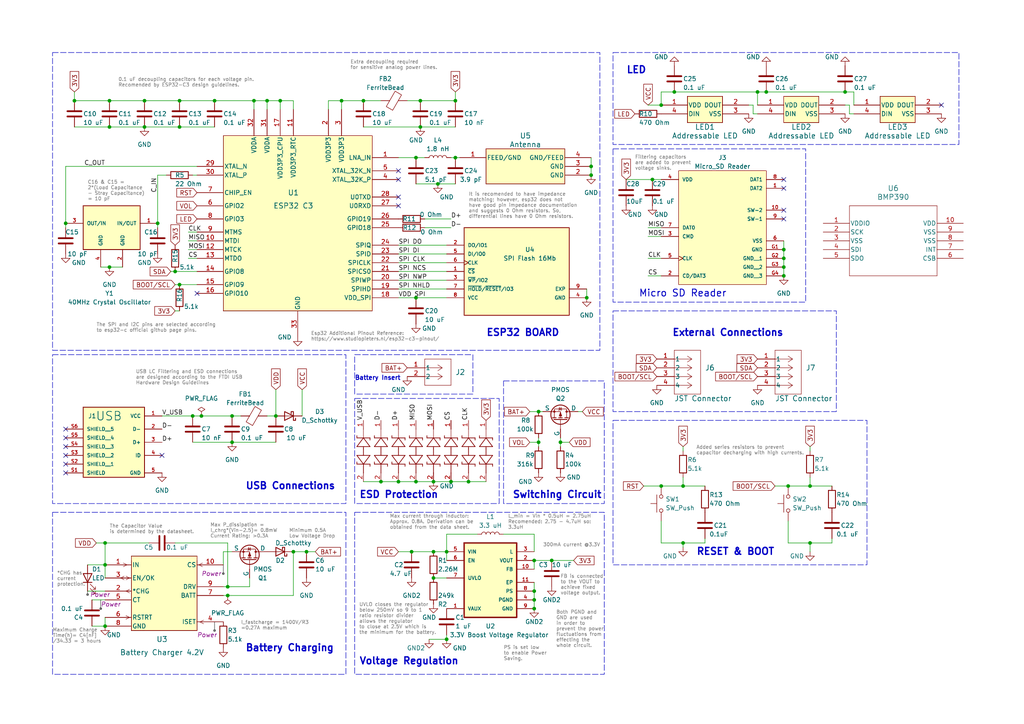
<source format=kicad_sch>
(kicad_sch (version 20230121) (generator eeschema)
  (paper "A4")
  (title_block (title "Custom Esp32 Board") (date "2023-12-10") (rev "v1") (company "Olin Rocketry - Ertug Umsur") (comment 1 "4.2V battery charging circuit and USB micro b connection.") (comment 2 "An Esp32 board with external 16Mb flash memory, 5V-12V to 3.3V buck/boost converter, "))
  (junction (at 228.6 140.97))
  (junction (at 171.45 50.8))
  (junction (at 125.73 167.64))
  (junction (at 219.71 26.67))
  (junction (at 67.31 128.27))
  (junction (at 191.77 140.97))
  (junction (at 135.89 139.7))
  (junction (at 129.54 160.02))
  (junction (at 67.31 120.65))
  (junction (at 105.41 29.21))
  (junction (at 30.48 163.83))
  (junction (at 227.33 77.47))
  (junction (at 88.9 160.02))
  (junction (at 66.04 170.18))
  (junction (at 81.28 29.21))
  (junction (at 132.08 29.21))
  (junction (at 234.95 157.48))
  (junction (at 154.94 173.99))
  (junction (at 132.08 45.72))
  (junction (at 30.48 157.48))
  (junction (at 156.21 128.27))
  (junction (at 120.65 139.7))
  (junction (at 121.92 29.21))
  (junction (at 31.75 77.47))
  (junction (at 55.88 120.65))
  (junction (at 66.04 172.72))
  (junction (at 234.95 140.97))
  (junction (at 198.12 140.97))
  (junction (at 227.33 80.01))
  (junction (at 125.73 139.7))
  (junction (at 245.11 26.67))
  (junction (at 62.23 29.21))
  (junction (at 41.91 36.83))
  (junction (at 31.75 29.21))
  (junction (at 127 53.34))
  (junction (at 58.42 120.65))
  (junction (at 222.25 26.67))
  (junction (at 115.57 139.7))
  (junction (at 156.21 119.38))
  (junction (at 52.07 36.83))
  (junction (at 19.05 64.77))
  (junction (at 154.94 176.53))
  (junction (at 110.49 139.7))
  (junction (at 162.56 128.27))
  (junction (at 30.48 181.61))
  (junction (at 191.77 30.48))
  (junction (at 80.01 120.65))
  (junction (at 21.59 29.21))
  (junction (at 50.8 78.74))
  (junction (at 227.33 72.39))
  (junction (at 52.07 82.55))
  (junction (at 41.91 29.21))
  (junction (at 120.65 45.72))
  (junction (at 45.72 64.77))
  (junction (at 170.18 86.36))
  (junction (at 31.75 36.83))
  (junction (at 120.65 86.36))
  (junction (at 189.23 52.07))
  (junction (at 171.45 48.26))
  (junction (at 129.54 185.42))
  (junction (at 99.06 29.21))
  (junction (at 85.09 160.02))
  (junction (at 125.73 160.02))
  (junction (at 130.81 139.7))
  (junction (at 119.38 160.02))
  (junction (at 160.02 162.56))
  (junction (at 195.58 26.67))
  (junction (at 52.07 29.21))
  (junction (at 198.12 157.48))
  (junction (at 154.94 171.45))
  (junction (at 154.94 162.56))
  (junction (at 77.47 29.21))
  (junction (at 121.92 36.83))
  (junction (at 73.66 29.21))
  (junction (at 227.33 74.93))
  (no_connect (at 115.57 57.15))
  (no_connect (at 19.05 137.16))
  (no_connect (at 19.05 129.54))
  (no_connect (at 19.05 134.62))
  (no_connect (at 227.33 52.07))
  (no_connect (at 115.57 52.07))
  (no_connect (at 19.05 127))
  (no_connect (at 19.05 132.08))
  (no_connect (at 227.33 60.96))
  (no_connect (at 57.15 85.09))
  (no_connect (at 46.99 132.08))
  (no_connect (at 115.57 49.53))
  (no_connect (at 227.33 63.5))
  (no_connect (at 115.57 59.69))
  (no_connect (at 19.05 124.46))
  (no_connect (at 273.05 30.48))
  (no_connect (at 227.33 54.61))
  (wire (pts (xy 217.17 30.48) (xy 218.44 30.48)))
  (wire (pts (xy 105.41 139.7) (xy 110.49 139.7)))
  (wire (pts (xy 77.47 29.21) (xy 81.28 29.21)))
  (wire (pts (xy 127 53.34) (xy 132.08 53.34)))
  (wire (pts (xy 195.58 26.67) (xy 219.71 26.67)))
  (wire (pts (xy 119.38 160.02) (xy 125.73 160.02)))
  (wire (pts (xy 245.11 26.67) (xy 247.65 26.67)))
  (wire (pts (xy 115.57 81.28) (xy 129.54 81.28)))
  (wire (pts (xy 58.42 120.65) (xy 67.31 120.65)))
  (wire (pts (xy 105.41 29.21) (xy 99.06 29.21)))
  (wire (pts (xy 120.65 86.36) (xy 129.54 86.36)))
  (wire (pts (xy 153.67 119.38) (xy 156.21 119.38)))
  (wire (pts (xy 218.44 33.02) (xy 219.71 33.02)))
  (wire (pts (xy 50.8 157.48) (xy 66.04 157.48)))
  (wire (pts (xy 49.53 78.74) (xy 50.8 78.74)))
  (wire (pts (xy 156.21 119.38) (xy 157.48 119.38)))
  (wire (pts (xy 198.12 157.48) (xy 191.77 157.48)))
  (wire (pts (xy 64.77 163.83) (xy 64.77 160.02)))
  (wire (pts (xy 115.57 160.02) (xy 119.38 160.02)))
  (wire (pts (xy 54.61 69.85) (xy 57.15 69.85)))
  (wire (pts (xy 129.54 154.94) (xy 138.43 154.94)))
  (wire (pts (xy 21.59 29.21) (xy 31.75 29.21)))
  (wire (pts (xy 95.25 31.75) (xy 95.25 29.21)))
  (wire (pts (xy 227.33 72.39) (xy 227.33 74.93)))
  (wire (pts (xy 130.81 45.72) (xy 132.08 45.72)))
  (wire (pts (xy 154.94 171.45) (xy 154.94 173.99)))
  (wire (pts (xy 66.04 172.72) (xy 85.09 172.72)))
  (wire (pts (xy 121.92 29.21) (xy 132.08 29.21)))
  (wire (pts (xy 67.31 128.27) (xy 80.01 128.27)))
  (wire (pts (xy 120.65 45.72) (xy 123.19 45.72)))
  (wire (pts (xy 162.56 127) (xy 162.56 128.27)))
  (wire (pts (xy 110.49 139.7) (xy 115.57 139.7)))
  (wire (pts (xy 187.96 80.01) (xy 191.77 80.01)))
  (wire (pts (xy 129.54 160.02) (xy 129.54 162.56)))
  (wire (pts (xy 118.11 29.21) (xy 121.92 29.21)))
  (wire (pts (xy 21.59 26.67) (xy 21.59 29.21)))
  (wire (pts (xy 130.81 139.7) (xy 135.89 139.7)))
  (wire (pts (xy 85.09 172.72) (xy 85.09 160.02)))
  (wire (pts (xy 62.23 29.21) (xy 73.66 29.21)))
  (wire (pts (xy 219.71 26.67) (xy 222.25 26.67)))
  (wire (pts (xy 46.99 120.65) (xy 55.88 120.65)))
  (wire (pts (xy 52.07 82.55) (xy 57.15 82.55)))
  (wire (pts (xy 241.3 157.48) (xy 234.95 157.48)))
  (wire (pts (xy 204.47 157.48) (xy 198.12 157.48)))
  (wire (pts (xy 85.09 31.75) (xy 85.09 29.21)))
  (wire (pts (xy 99.06 29.21) (xy 99.06 31.75)))
  (wire (pts (xy 27.94 157.48) (xy 30.48 157.48)))
  (wire (pts (xy 198.12 158.75) (xy 198.12 157.48)))
  (wire (pts (xy 67.31 120.65) (xy 69.85 120.65)))
  (wire (pts (xy 227.33 74.93) (xy 227.33 77.47)))
  (wire (pts (xy 25.4 171.45) (xy 30.48 171.45)))
  (wire (pts (xy 187.96 74.93) (xy 191.77 74.93)))
  (wire (pts (xy 191.77 30.48) (xy 191.77 26.67)))
  (wire (pts (xy 123.19 66.04) (xy 130.81 66.04)))
  (wire (pts (xy 19.05 48.26) (xy 19.05 64.77)))
  (wire (pts (xy 125.73 139.7) (xy 130.81 139.7)))
  (wire (pts (xy 162.56 128.27) (xy 162.56 129.54)))
  (wire (pts (xy 66.04 170.18) (xy 64.77 170.18)))
  (wire (pts (xy 19.05 64.77) (xy 19.05 66.04)))
  (wire (pts (xy 187.96 30.48) (xy 191.77 30.48)))
  (wire (pts (xy 30.48 157.48) (xy 43.18 157.48)))
  (wire (pts (xy 55.88 128.27) (xy 67.31 128.27)))
  (wire (pts (xy 115.57 73.66) (xy 129.54 73.66)))
  (wire (pts (xy 52.07 29.21) (xy 62.23 29.21)))
  (wire (pts (xy 125.73 160.02) (xy 129.54 160.02)))
  (wire (pts (xy 64.77 160.02) (xy 67.31 160.02)))
  (wire (pts (xy 52.07 36.83) (xy 62.23 36.83)))
  (wire (pts (xy 154.94 168.91) (xy 154.94 171.45)))
  (wire (pts (xy 186.69 140.97) (xy 191.77 140.97)))
  (wire (pts (xy 234.95 157.48) (xy 228.6 157.48)))
  (wire (pts (xy 26.67 181.61) (xy 30.48 181.61)))
  (wire (pts (xy 21.59 36.83) (xy 31.75 36.83)))
  (wire (pts (xy 105.41 36.83) (xy 121.92 36.83)))
  (wire (pts (xy 31.75 77.47) (xy 29.21 77.47)))
  (wire (pts (xy 121.92 36.83) (xy 132.08 36.83)))
  (wire (pts (xy 246.38 33.02) (xy 247.65 33.02)))
  (wire (pts (xy 228.6 140.97) (xy 234.95 140.97)))
  (wire (pts (xy 48.26 50.8) (xy 45.72 50.8)))
  (wire (pts (xy 45.72 64.77) (xy 45.72 66.04)))
  (wire (pts (xy 77.47 120.65) (xy 80.01 120.65)))
  (wire (pts (xy 30.48 179.07) (xy 30.48 181.61)))
  (wire (pts (xy 81.28 31.75) (xy 81.28 29.21)))
  (wire (pts (xy 77.47 31.75) (xy 77.47 29.21)))
  (wire (pts (xy 245.11 30.48) (xy 246.38 30.48)))
  (wire (pts (xy 120.65 53.34) (xy 127 53.34)))
  (wire (pts (xy 154.94 154.94) (xy 154.94 160.02)))
  (wire (pts (xy 234.95 140.97) (xy 241.3 140.97)))
  (wire (pts (xy 135.89 139.7) (xy 140.97 139.7)))
  (wire (pts (xy 125.73 167.64) (xy 129.54 167.64)))
  (wire (pts (xy 115.57 45.72) (xy 120.65 45.72)))
  (wire (pts (xy 224.79 140.97) (xy 228.6 140.97)))
  (wire (pts (xy 154.94 173.99) (xy 154.94 176.53)))
  (wire (pts (xy 115.57 86.36) (xy 120.65 86.36)))
  (wire (pts (xy 171.45 45.72) (xy 171.45 48.26)))
  (wire (pts (xy 31.75 36.83) (xy 41.91 36.83)))
  (wire (pts (xy 115.57 71.12) (xy 129.54 71.12)))
  (wire (pts (xy 156.21 128.27) (xy 156.21 129.54)))
  (wire (pts (xy 41.91 36.83) (xy 52.07 36.83)))
  (wire (pts (xy 120.65 139.7) (xy 125.73 139.7)))
  (wire (pts (xy 73.66 31.75) (xy 73.66 29.21)))
  (wire (pts (xy 218.44 30.48) (xy 218.44 33.02)))
  (wire (pts (xy 153.67 128.27) (xy 156.21 128.27)))
  (wire (pts (xy 234.95 129.54) (xy 234.95 130.81)))
  (wire (pts (xy 129.54 160.02) (xy 129.54 154.94)))
  (wire (pts (xy 129.54 185.42) (xy 129.54 184.15)))
  (wire (pts (xy 162.56 128.27) (xy 165.1 128.27)))
  (wire (pts (xy 81.28 29.21) (xy 85.09 29.21)))
  (wire (pts (xy 154.94 162.56) (xy 160.02 162.56)))
  (wire (pts (xy 50.8 82.55) (xy 52.07 82.55)))
  (wire (pts (xy 219.71 26.67) (xy 219.71 30.48)))
  (wire (pts (xy 30.48 163.83) (xy 30.48 167.64)))
  (wire (pts (xy 54.61 67.31) (xy 57.15 67.31)))
  (wire (pts (xy 146.05 154.94) (xy 154.94 154.94)))
  (wire (pts (xy 41.91 29.21) (xy 52.07 29.21)))
  (wire (pts (xy 187.96 68.58) (xy 191.77 68.58)))
  (wire (pts (xy 198.12 140.97) (xy 204.47 140.97)))
  (wire (pts (xy 241.3 156.21) (xy 241.3 157.48)))
  (wire (pts (xy 115.57 78.74) (xy 129.54 78.74)))
  (wire (pts (xy 55.88 120.65) (xy 58.42 120.65)))
  (wire (pts (xy 228.6 157.48) (xy 228.6 151.13)))
  (wire (pts (xy 181.61 52.07) (xy 189.23 52.07)))
  (wire (pts (xy 171.45 48.26) (xy 171.45 50.8)))
  (wire (pts (xy 30.48 157.48) (xy 30.48 163.83)))
  (wire (pts (xy 124.46 185.42) (xy 129.54 185.42)))
  (wire (pts (xy 191.77 151.13) (xy 191.77 157.48)))
  (wire (pts (xy 167.64 119.38) (xy 168.91 119.38)))
  (wire (pts (xy 64.77 172.72) (xy 66.04 172.72)))
  (wire (pts (xy 54.61 74.93) (xy 57.15 74.93)))
  (wire (pts (xy 55.88 50.8) (xy 57.15 50.8)))
  (wire (pts (xy 72.39 167.64) (xy 72.39 170.18)))
  (wire (pts (xy 198.12 138.43) (xy 198.12 140.97)))
  (wire (pts (xy 191.77 140.97) (xy 198.12 140.97)))
  (wire (pts (xy 66.04 157.48) (xy 66.04 170.18)))
  (wire (pts (xy 54.61 72.39) (xy 57.15 72.39)))
  (wire (pts (xy 222.25 26.67) (xy 245.11 26.67)))
  (wire (pts (xy 170.18 83.82) (xy 170.18 86.36)))
  (wire (pts (xy 198.12 129.54) (xy 198.12 130.81)))
  (wire (pts (xy 123.19 63.5) (xy 130.81 63.5)))
  (wire (pts (xy 246.38 30.48) (xy 246.38 33.02)))
  (wire (pts (xy 115.57 139.7) (xy 120.65 139.7)))
  (wire (pts (xy 35.56 77.47) (xy 31.75 77.47)))
  (wire (pts (xy 50.8 90.17) (xy 52.07 90.17)))
  (wire (pts (xy 57.15 48.26) (xy 19.05 48.26)))
  (wire (pts (xy 154.94 162.56) (xy 154.94 165.1)))
  (wire (pts (xy 105.41 29.21) (xy 110.49 29.21)))
  (wire (pts (xy 204.47 156.21) (xy 204.47 157.48)))
  (wire (pts (xy 25.4 163.83) (xy 30.48 163.83)))
  (wire (pts (xy 31.75 29.21) (xy 41.91 29.21)))
  (wire (pts (xy 26.67 173.99) (xy 30.48 173.99)))
  (wire (pts (xy 50.8 78.74) (xy 57.15 78.74)))
  (wire (pts (xy 160.02 162.56) (xy 166.37 162.56)))
  (wire (pts (xy 234.95 138.43) (xy 234.95 140.97)))
  (wire (pts (xy 45.72 50.8) (xy 45.72 64.77)))
  (wire (pts (xy 115.57 76.2) (xy 129.54 76.2)))
  (wire (pts (xy 80.01 113.03) (xy 80.01 120.65)))
  (wire (pts (xy 191.77 26.67) (xy 195.58 26.67)))
  (wire (pts (xy 88.9 160.02) (xy 91.44 160.02)))
  (wire (pts (xy 247.65 26.67) (xy 247.65 30.48)))
  (wire (pts (xy 95.25 29.21) (xy 99.06 29.21)))
  (wire (pts (xy 73.66 29.21) (xy 77.47 29.21)))
  (wire (pts (xy 85.09 160.02) (xy 88.9 160.02)))
  (wire (pts (xy 187.96 66.04) (xy 191.77 66.04)))
  (wire (pts (xy 227.33 77.47) (xy 227.33 80.01)))
  (wire (pts (xy 115.57 83.82) (xy 129.54 83.82)))
  (wire (pts (xy 87.63 113.03) (xy 87.63 120.65)))
  (wire (pts (xy 156.21 127) (xy 156.21 128.27)))
  (wire (pts (xy 132.08 26.67) (xy 132.08 29.21)))
  (wire (pts (xy 227.33 69.85) (xy 227.33 72.39)))
  (wire (pts (xy 234.95 160.02) (xy 234.95 157.48)))
  (wire (pts (xy 72.39 170.18) (xy 66.04 170.18)))
  (wire (pts (xy 189.23 52.07) (xy 191.77 52.07)))
  (wire (pts (xy 133.35 45.72) (xy 132.08 45.72)))
  (rectangle (start 15.24 148.59) (end 100.33 195.58) (stroke (width 0) (type dash)))
  (rectangle (start 102.87 115.57) (end 144.78 146.05) (stroke (width 0) (type dash)))
  (rectangle (start 177.8 15.24) (end 278.13 41.91) (stroke (width 0) (type dash)))
  (rectangle (start 15.24 15.24) (end 173.99 101.6) (stroke (width 0) (type dash)))
  (rectangle (start 102.87 148.59) (end 175.26 195.58) (stroke (width 0) (type dash)))
  (rectangle (start 146.05 110.49) (end 175.26 146.05) (stroke (width 0) (type dash)))
  (rectangle (start 177.8 43.18) (end 233.68 87.63) (stroke (width 0) (type dash)))
  (rectangle (start 102.87 102.87) (end 137.16 114.3) (stroke (width 0) (type dash)))
  (rectangle (start 177.8 121.92) (end 251.46 163.83) (stroke (width 0) (type dash)))
  (rectangle (start 177.8 90.17) (end 242.57 119.38) (stroke (width 0) (type dash)))
  (rectangle (start 15.24 102.87) (end 100.33 146.05) (stroke (width 0) (type dash)))
  (text "USB LC Filtering and ESD connections\nare designed according to the FTDI USB \nHardware Design Guidelines" (at 39.37 111.76 0) (effects (font (size 1 1)) (justify left bottom)))
  (text "Battery Charging" (at 71.12 189.23 0) (effects (font (size 2 2) (thickness 0.4) bold) (justify left bottom)))
  (text "FB is connected\nto the VOUT to \nachieve fixed \nvoltage output." (at 162.56 172.72 0) (effects (font (size 1 1)) (justify left bottom)))
  (text "Voltage Regulation" (at 104.14 193.04 0) (effects (font (size 2 2) bold) (justify left bottom)))
  (text "ESP32 BOARD" (at 140.97 97.79 0) (effects (font (size 2 2) bold) (justify left bottom)))
  (text "ESD Protection" (at 104.14 144.78 0) (effects (font (size 2 2) bold) (justify left bottom)))
  (text "Extra decoupling required \nfor sensitive analog power lines." (at 101.6 20.32 0) (effects (font (size 1 1)) (justify left bottom)))
  (text "Max P_dissipation =\nI_chrg*(Vin-2.5)= 0.8mW\nCurrent Rating: >0.3A" (at 60.96 156.21 0) (effects (font (size 1 1)) (justify left bottom)))
  (text "The SPI and I2C pins are selected according\nto esp32-c official github page pins." (at 27.94 96.52 0) (effects (font (size 1 1)) (justify left bottom)))
  (text "Minimum 0.5A\nLow Voltage Drop" (at 83.82 156.21 0) (effects (font (size 1 1)) (justify left bottom)))
  (text "The Capacitor Value \nis determined by the datasheet." (at 31.75 154.94 0) (effects (font (size 1 1)) (justify left bottom)))
  (text "L_min = Vin * 0.5uH = 2.75uH\nRecomended: 2.75 - 4.7uH so:\n3.3uH" (at 147.32 153.67 0) (effects (font (size 1 1)) (justify left bottom)))
  (text "300mA current @3.3V" (at 157.48 158.75 0) (effects (font (size 1 1)) (justify left bottom)))
  (text "UVLO closes the regulator\nbelow 250mV so 9 to 1 \nratio resistor divider \nallows the regulator\nto close at 2.5V which is\nthe minimum for the battery." (at 104.14 184.15 0) (effects (font (size 1 1)) (justify left bottom)))
  (text "Filtering capacitors\nare added to prevent\nvoltage sinks." (at 184.15 49.53 0) (effects (font (size 1 1)) (justify left bottom)))
  (text "Micro SD Reader" (at 210.82 86.36 0) (effects (font (size 2 2) (thickness 0.254) bold) (justify right bottom)))
  (text "I_fastcharge = 1400V/R3\n=0.27A maximum" (at 69.85 182.88 0) (effects (font (size 1 1)) (justify left bottom)))
  (text "Esp32 Additional Pinout Reference:\nhttps://www.studiopieters.nl/esp32-c3-pinout/" (at 90.17 99.06 0) (effects (font (size 1 1)) (justify left bottom)))
  (text "LED" (at 181.61 21.59 0) (effects (font (size 2 2) (thickness 0.4) bold) (justify left bottom)))
  (text "It is recomended to have impedance\nmatching; however, esp32 does not\nhave good pin impedance documentation\nand suggests 0 Ohm resistors. So,\ndifferential lines have 0 Ohm resistors." (at 135.89 63.5 0) (effects (font (size 1 1)) (justify left bottom)))
  (text "Both PGND and \nGND are used \nin order to\nprevent the power\nfluctuations from\neffecting the \nwhole circuit." (at 161.29 187.96 0) (effects (font (size 1 1)) (justify left bottom)))
  (text "RESET & BOOT\n" (at 201.93 161.29 0) (effects (font (size 2 2) bold) (justify left bottom)))
  (text "*CHG has\ncurrent \nprotection." (at 16.51 170.18 0) (effects (font (size 1 1)) (justify left bottom)))
  (text "PS is set low \nto enable Power\nSaving." (at 146.05 191.77 0) (effects (font (size 1 1)) (justify left bottom)))
  (text "External Connections" (at 227.33 97.79 0) (effects (font (size 2 2) bold) (justify right bottom)))
  (text "Max current through inductor: \nApprox. 0.8A. Derivation can be \nobtained from the data sheet." (at 113.03 153.67 0) (effects (font (size 1 1)) (justify left bottom)))
  (text "Battery Insert" (at 102.87 110.49 0) (effects (font (size 1.27 1.27) bold) (justify left bottom)))
  (text "0.1 uF decoupling capacitors for each voltage pin.\nRecomended by ESP32-C3 design guidelines." (at 34.29 25.4 0) (effects (font (size 1 1)) (justify left bottom)))
  (text "USB Connections" (at 71.12 142.24 0) (effects (font (size 2 2) (thickness 0.4) bold) (justify left bottom)))
  (text "C16 & C15 =\n2*(Load Capacitance \n- Stray Capacitance)\n= 10 pF" (at 25.4 58.42 0) (effects (font (size 1 1)) (justify left bottom)))
  (text "Maximum Charge \nTime(h)= C4[nF]\n/34.33 = 3 hours\n" (at 15.24 186.69 0) (effects (font (size 1 1)) (justify left bottom)))
  (text "Switching Circuit" (at 148.59 144.78 0) (effects (font (size 2 2) bold) (justify left bottom)))
  (text "Added series resistors to prevent\ncapacitor decharging with high currents." (at 201.93 132.08 0) (effects (font (size 1 1)) (justify left bottom)))
  (label "C_OUT" (at 30.48 48.26 180))
  (label "D-" (at 110.49 121.92 90))
  (label "SPI DI" (at 115.57 73.66 0))
  (label "D-" (at 130.81 66.04 0))
  (label "VDD SPI" (at 115.57 86.36 0))
  (label "MOSI" (at 187.96 68.58 0))
  (label "SPI NHLD" (at 115.57 83.82 0))
  (label "SPI NWP" (at 115.57 81.28 0))
  (label "SPI CLK" (at 115.57 76.2 0))
  (label "SPI NCS" (at 115.57 78.74 0))
  (label "CLK" (at 54.61 67.31 0))
  (label "CLK" (at 135.89 121.92 90))
  (label "MISO" (at 120.65 121.92 90))
  (label "CS" (at 187.96 80.01 0))
  (label "MOSI" (at 125.73 121.92 90))
  (label "D+" (at 115.57 121.92 90))
  (label "C_IN" (at 45.72 55.88 90))
  (label "D+" (at 130.81 63.5 0))
  (label "D+" (at 46.99 128.27 0))
  (label "V_USB" (at 105.41 121.92 90))
  (label "CS" (at 130.81 121.92 90))
  (label "CS" (at 54.61 74.93 0))
  (label "V_USB" (at 46.99 120.65 0))
  (label "MOSI" (at 54.61 72.39 0))
  (label "CLK" (at 187.96 74.93 0))
  (label "MISO" (at 54.61 69.85 0))
  (label "MISO" (at 187.96 66.04 0))
  (label "D-" (at 46.99 124.46 0))
  (label "SPI DO" (at 115.57 71.12 0))
  (global_label "VCC" (shape input) (at 87.63 113.03 90) (property "Intersheetrefs" "${INTERSHEET_REFS}" (effects hide)))
  (global_label "VCC" (shape input) (at 168.91 119.38 0) (property "Intersheetrefs" "${INTERSHEET_REFS}" (effects hide)))
  (global_label "SDA" (shape input) (at 49.53 78.74 180) (property "Intersheetrefs" "${INTERSHEET_REFS}" (effects hide)))
  (global_label "VDD" (shape input) (at 27.94 157.48 180) (property "Intersheetrefs" "${INTERSHEET_REFS}" (effects hide)))
  (global_label "SDA" (shape input) (at 190.5 106.68 180) (property "Intersheetrefs" "${INTERSHEET_REFS}" (effects hide)))
  (global_label "BOOT{slash}SCL" (shape input) (at 50.8 82.55 180) (property "Intersheetrefs" "${INTERSHEET_REFS}" (effects hide)))
  (global_label "BOOT{slash}SCL" (shape input) (at 224.79 140.97 180) (property "Intersheetrefs" "${INTERSHEET_REFS}" (effects hide)))
  (global_label "LED" (shape input) (at 184.15 33.02 180) (property "Intersheetrefs" "${INTERSHEET_REFS}" (effects hide)))
  (global_label "VOL" (shape input) (at 153.67 128.27 180) (property "Intersheetrefs" "${INTERSHEET_REFS}" (effects hide)))
  (global_label "VDD" (shape input) (at 80.01 113.03 90) (property "Intersheetrefs" "${INTERSHEET_REFS}" (effects hide)))
  (global_label "3V3" (shape input) (at 50.8 90.17 180) (property "Intersheetrefs" "${INTERSHEET_REFS}" (effects hide)))
  (global_label "BOOT{slash}SCL" (shape input) (at 190.5 109.22 180) (property "Intersheetrefs" "${INTERSHEET_REFS}" (effects hide)))
  (global_label "RST" (shape input) (at 186.69 140.97 180) (property "Intersheetrefs" "${INTERSHEET_REFS}" (effects hide)))
  (global_label "3V3" (shape input) (at 190.5 104.14 180) (property "Intersheetrefs" "${INTERSHEET_REFS}" (effects hide)))
  (global_label "3V3" (shape input) (at 234.95 129.54 90) (property "Intersheetrefs" "${INTERSHEET_REFS}" (effects hide)))
  (global_label "BAT+" (shape input) (at 118.11 106.68 180) (property "Intersheetrefs" "${INTERSHEET_REFS}" (effects hide)))
  (global_label "BOOT{slash}SCL" (shape input) (at 219.71 109.22 180) (property "Intersheetrefs" "${INTERSHEET_REFS}" (effects hide)))
  (global_label "3V3" (shape input) (at 166.37 162.56 0) (property "Intersheetrefs" "${INTERSHEET_REFS}" (effects hide)))
  (global_label "3V3" (shape input) (at 198.12 129.54 90) (property "Intersheetrefs" "${INTERSHEET_REFS}" (effects hide)))
  (global_label "BAT+" (shape input) (at 153.67 119.38 180) (property "Intersheetrefs" "${INTERSHEET_REFS}" (effects hide)))
  (global_label "3V3" (shape input) (at 50.8 71.12 90) (property "Intersheetrefs" "${INTERSHEET_REFS}" (effects hide)))
  (global_label "3V3" (shape input) (at 140.97 121.92 90) (property "Intersheetrefs" "${INTERSHEET_REFS}" (effects hide)))
  (global_label "3V3" (shape input) (at 219.71 104.14 180) (property "Intersheetrefs" "${INTERSHEET_REFS}" (effects hide)))
  (global_label "VCC" (shape input) (at 187.96 30.48 90) (property "Intersheetrefs" "${INTERSHEET_REFS}" (effects hide)))
  (global_label "3V3" (shape input) (at 21.59 26.67 90) (property "Intersheetrefs" "${INTERSHEET_REFS}" (effects hide)))
  (global_label "VCC" (shape input) (at 115.57 160.02 180) (property "Intersheetrefs" "${INTERSHEET_REFS}" (effects hide)))
  (global_label "3V3" (shape input) (at 132.08 26.67 90) (property "Intersheetrefs" "${INTERSHEET_REFS}" (effects hide)))
  (global_label "RST" (shape input) (at 57.15 55.88 180) (property "Intersheetrefs" "${INTERSHEET_REFS}" (effects hide)))
  (global_label "LED" (shape input) (at 57.15 63.5 180) (property "Intersheetrefs" "${INTERSHEET_REFS}" (effects hide)))
  (global_label "BAT+" (shape input) (at 91.44 160.02 0) (property "Intersheetrefs" "${INTERSHEET_REFS}" (effects hide)))
  (global_label "VOL" (shape input) (at 57.15 59.69 180) (property "Intersheetrefs" "${INTERSHEET_REFS}" (effects hide)))
  (global_label "3V3" (shape input) (at 181.61 52.07 90) (property "Intersheetrefs" "${INTERSHEET_REFS}" (effects hide)))
  (global_label "VDD" (shape input) (at 165.1 128.27 0) (property "Intersheetrefs" "${INTERSHEET_REFS}" (effects hide)))
  (global_label "SDA" (shape input) (at 219.71 106.68 180) (property "Intersheetrefs" "${INTERSHEET_REFS}" (effects hide)))
  (netclass_flag "" (length 2.54) (shape dot) (at 29.21 173.99 180) (property "Netclass" "Power" (at 29.21 175.26 0) (effects (font italic) (justify left))))
  (netclass_flag "" (length 1) (shape dot) (at 25.4 171.45 180) (property "Netclass" "Power" (at 26.0985 172.45 0) (effects (font italic) (justify left))))
  (netclass_flag "" (length 2.54) (shape dot) (at 62.23 180.34 180) (property "Netclass" "Power" (at 57.15 184.15 0) (effects (font italic) (justify left))))
  (netclass_flag "" (length 2.54) (shape dot) (at 64.77 163.83 180) (property "Netclass" "Power" (at 58.42 166.37 0) (effects (font italic) (justify left))))
  (symbol (lib_id "Device:C") (at 204.47 152.4 0) (unit 1)
    (property "Reference" "C21" (at 207.01 152.4 0) (effects (justify left)))
    (property "Value" "0.1uF" (at 205.74 154.94 0) (effects (justify left)))
    (property "Footprint" "Capacitor_SMD:C_0603_1608Metric_Pad1.08x0.95mm_HandSolder" (effects hide))
  )
  (symbol (lib_id "Device:L") (at 127 45.72 90) (unit 1)
    (property "Reference" "L4" (at 127 40.64 90))
    (property "Value" "1.8 nH" (at 127 43.18 90))
    (property "Footprint" "Inductor_SMD:L_0402_1005Metric_Pad0.77x0.64mm_HandSolder" (effects hide))
  )
  (symbol (lib_id "power:GND") (at 170.18 86.36 0) (unit 1)
    (property "Reference" "#PWR018" (effects hide))
    (property "Value" "GND" (at 170.18 91.44 0))
  )
  (symbol (lib_id "power:GND") (at 67.31 128.27 0) (unit 1)
    (property "Reference" "#PWR011" (effects hide))
    (property "Value" "GND" (at 67.31 133.35 0))
  )
  (symbol (lib_id "ESP_32_Symbol_Library:JST Connector") (at 219.71 104.14 0) (unit 1)
    (property "Reference" "J7" (at 233.68 106.68 0) (effects (font (size 1.524 1.524)) (justify left)))
    (property "Value" "JST Connector" (at 224.79 115.57 0) (effects (font (size 1.524 1.524)) (justify left)))
    (property "Footprint" "Connector_JST:JST_XH_B4B-XH-A_1x04_P2.50mm_Vertical" (effects hide))
    (property "Datasheet" "B4B-ZRLFSN" (effects hide))
  )
  (symbol (lib_id "ESP_32_Symbol_Library:ESD Protection") (at 115.57 139.7 90) (unit 1)
    (property "Reference" "CR3" (effects hide))
    (property "Value" "ESD Protection" (effects hide))
    (property "Footprint" "Esp32_Library:CR_SP3022_LTF" (effects hide))
    (property "Datasheet" "SP3022-01ETG" (effects hide))
  )
  (symbol (lib_id "power:GND") (at 125.73 175.26 0) (unit 1)
    (property "Reference" "#PWR03" (effects hide))
    (property "Value" "GND" (at 124.46 179.07 0))
  )
  (symbol (lib_id "Device:R") (at 162.56 133.35 0) (unit 1)
    (property "Reference" "R4" (at 163.83 132.08 0) (effects (justify left)))
    (property "Value" "100k" (at 163.83 134.62 0) (effects (justify left)))
    (property "Footprint" "Resistor_SMD:R_0603_1608Metric_Pad0.98x0.95mm_HandSolder" (effects hide))
  )
  (symbol (lib_id "ESP_32_Symbol_Library:ESP32 C3") (at 46.99 45.72 0) (unit 1)
    (property "Reference" "U1" (at 85.09 55.88 0) (effects (font (size 1.524 1.524))))
    (property "Value" "ESP32 C3" (at 85.09 59.69 0) (effects (font (size 1.524 1.524))))
    (property "Footprint" "Esp32_Library:QFN32_5X5_EXP" (effects hide))
    (property "Datasheet" "ESP32-C3" (effects hide))
  )
  (symbol (lib_id "power:GND") (at 181.61 59.69 0) (unit 1)
    (property "Reference" "#PWR036" (effects hide))
    (property "Value" "GND" (at 184.15 62.23 0))
  )
  (symbol (lib_id "Device:R") (at 125.73 171.45 0) (unit 1)
    (property "Reference" "R2" (at 127 175.26 0) (effects (justify left)))
    (property "Value" "249k" (at 127 172.72 0) (effects (justify left)))
    (property "Footprint" "Resistor_SMD:R_0603_1608Metric_Pad0.98x0.95mm_HandSolder" (effects hide))
  )
  (symbol (lib_id "Device:C") (at 160.02 166.37 0) (unit 1)
    (property "Reference" "C3" (at 156.21 163.83 0) (effects (justify left)))
    (property "Value" "10 uF" (at 160.02 163.83 0) (effects (justify left)))
    (property "Footprint" "Capacitor_SMD:C_0603_1608Metric_Pad1.08x0.95mm_HandSolder" (effects hide))
  )
  (symbol (lib_id "ESP_32_Symbol_Library:Micro_SD Reader") (at 209.55 62.23 0) (unit 1)
    (property "Reference" "J3" (at 209.55 45.72 0))
    (property "Value" "Micro_SD Reader" (at 209.55 48.26 0))
    (property "Footprint" "Esp32_Library:MicroSD Reader" (effects hide))
    (property "PARTREV" "B2" (effects hide))
    (property "STANDARD" "Manufacturer Recommendations" (effects hide))
    (property "MAXIMUM_PACKAGE_HEIGHT" "1.57mm" (effects hide))
    (property "MANUFACTURER" "Molex" (effects hide))
  )
  (symbol (lib_id "Device:C") (at 132.08 49.53 0) (unit 1)
    (property "Reference" "C24" (at 134.62 49.53 0) (effects (justify left)))
    (property "Value" "3.9 pF" (at 133.35 52.07 0) (effects (justify left)))
    (property "Footprint" "Capacitor_SMD:C_0603_1608Metric_Pad1.08x0.95mm_HandSolder" (effects hide))
  )
  (symbol (lib_id "Simulation_SPICE:PMOS") (at 162.56 121.92 270) (mirror x) (unit 1)
    (property "Reference" "Q2" (at 162.56 115.57 90))
    (property "Value" "PMOS" (at 162.56 113.03 90))
    (property "Footprint" "Package_TO_SOT_SMD:SOT-323_SC-70_Handsoldering" (effects hide))
    (property "Datasheet" "https://ngspice.sourceforge.io/docs/ngspice-manual.pdf" (effects hide))
    (property "Sim.Device" "PMOS" (effects hide))
    (property "Sim.Type" "VDMOS" (effects hide))
    (property "Sim.Pins" "1=D 2=G 3=S" (effects hide))
  )
  (symbol (lib_id "Device:FerriteBead") (at 114.3 29.21 90) (unit 1)
    (property "Reference" "FB2" (at 111.76 22.86 90))
    (property "Value" "FerriteBead" (at 111.76 25.4 90))
    (property "Footprint" "Inductor_SMD:L_0201_0603Metric_Pad0.64x0.40mm_HandSolder" (effects hide))
  )
  (symbol (lib_id "power:GND") (at 245.11 19.05 180) (unit 1)
    (property "Reference" "#PWR035" (effects hide))
    (property "Value" "GND" (at 241.3 16.51 0))
  )
  (symbol (lib_id "Device:FerriteBead") (at 73.66 120.65 90) (unit 1)
    (property "Reference" "FB1" (at 71.12 114.3 90))
    (property "Value" "FerriteBead" (at 71.12 116.84 90))
    (property "Footprint" "Inductor_SMD:L_0201_0603Metric_Pad0.64x0.40mm_HandSolder" (effects hide))
  )
  (symbol (lib_id "ESP_32_Symbol_Library:Addressable LED") (at 232.41 30.48 0) (unit 1)
    (property "Reference" "LED3" (at 260.35 36.83 0) (effects (font (size 1.524 1.524))))
    (property "Value" "Addressable LED" (at 260.35 39.37 0) (effects (font (size 1.524 1.524))))
    (property "Footprint" "Esp32_Library:Addressable LED" (effects hide))
    (property "Datasheet" "IN-PI55TATPRPGPB" (effects hide))
  )
  (symbol (lib_id "power:GND") (at 273.05 33.02 0) (unit 1)
    (property "Reference" "#PWR032" (effects hide))
    (property "Value" "GND" (at 273.05 38.1 0))
  )
  (symbol (lib_id "ESP_32_Symbol_Library:ESD Protection") (at 120.65 139.7 90) (unit 1)
    (property "Reference" "CR4" (effects hide))
    (property "Value" "ESD Protection" (effects hide))
    (property "Footprint" "Esp32_Library:CR_SP3022_LTF" (effects hide))
    (property "Datasheet" "SP3022-01ETG" (effects hide))
  )
  (symbol (lib_id "Simulation_SPICE:PMOS") (at 72.39 162.56 270) (mirror x) (unit 1)
    (property "Reference" "Q1" (at 76.2 167.64 90))
    (property "Value" "PMOS" (at 76.2 165.1 90))
    (property "Footprint" "Package_TO_SOT_SMD:SOT-23-3" (effects hide))
    (property "Datasheet" "https://ngspice.sourceforge.io/docs/ngspice-manual.pdf" (effects hide))
    (property "Sim.Device" "PMOS" (effects hide))
    (property "Sim.Type" "VDMOS" (effects hide))
    (property "Sim.Pins" "1=D 2=G 3=S" (effects hide))
  )
  (symbol (lib_id "Device:C") (at 55.88 124.46 0) (unit 1)
    (property "Reference" "C7" (at 58.42 124.46 0) (effects (justify left)))
    (property "Value" "10 nF" (at 58.42 127 0) (effects (justify left)))
    (property "Footprint" "Capacitor_SMD:C_0603_1608Metric_Pad1.08x0.95mm_HandSolder" (effects hide))
  )
  (symbol (lib_id "power:GND") (at 190.5 111.76 0) (unit 1)
    (property "Reference" "#PWR027" (effects hide))
    (property "Value" "GND" (at 190.5 116.84 0))
  )
  (symbol (lib_id "ESP_32_Symbol_Library:ESD Protection") (at 135.89 139.7 90) (unit 1)
    (property "Reference" "CR7" (effects hide))
    (property "Value" "ESD Protection" (effects hide))
    (property "Footprint" "Esp32_Library:CR_SP3022_LTF" (effects hide))
    (property "Datasheet" "SP3022-01ETG" (effects hide))
  )
  (symbol (lib_id "ESP_32_Symbol_Library:ESD Protection") (at 110.49 139.7 90) (unit 1)
    (property "Reference" "CR2" (effects hide))
    (property "Value" "ESD Protection" (effects hide))
    (property "Footprint" "Esp32_Library:CR_SP3022_LTF" (effects hide))
    (property "Datasheet" "SP3022-01ETG" (effects hide))
  )
  (symbol (lib_id "Device:L") (at 142.24 154.94 90) (unit 1)
    (property "Reference" "L1" (at 142.24 149.86 90))
    (property "Value" "3.3 uH" (at 142.24 152.4 90))
    (property "Footprint" "Inductor_SMD:L_0805_2012Metric_Pad1.05x1.20mm_HandSolder" (effects hide))
  )
  (symbol (lib_id "power:GND") (at 45.72 73.66 0) (mirror y) (unit 1)
    (property "Reference" "#PWR015" (effects hide))
    (property "Value" "GND" (at 41.91 76.2 0))
  )
  (symbol (lib_id "ESP_32_Symbol_Library:Battery Charger 4.2V") (at -1.27 167.64 0) (unit 1)
    (property "Reference" "U3" (at 46.99 185.42 0) (effects (font (size 1.524 1.524))))
    (property "Value" "Battery Charger 4.2V" (at 46.99 189.23 0) (effects (font (size 1.524 1.524))))
    (property "Footprint" "Esp32_Library:21-0061L_MXM" (effects hide))
    (property "Datasheet" "max1898eub42+T" (effects hide))
  )
  (symbol (lib_id "Device:C") (at 46.99 157.48 90) (unit 1)
    (property "Reference" "C5" (at 44.45 158.75 90) (effects (justify left)))
    (property "Value" "0.1 uF" (at 54.61 158.75 90) (effects (justify left)))
    (property "Footprint" "Capacitor_SMD:C_0603_1608Metric_Pad1.08x0.95mm_HandSolder" (effects hide))
  )
  (symbol (lib_id "Device:C") (at 45.72 69.85 0) (mirror y) (unit 1)
    (property "Reference" "C16" (at 45.72 67.31 0) (effects (justify left)))
    (property "Value" "10 pF" (at 45.72 73.66 0) (effects (justify left)))
    (property "Footprint" "Capacitor_SMD:C_0603_1608Metric_Pad1.08x0.95mm_HandSolder" (effects hide))
  )
  (symbol (lib_id "power:GND") (at 234.95 160.02 0) (unit 1)
    (property "Reference" "#PWR022" (effects hide))
    (property "Value" "GND" (at 231.14 161.29 0))
  )
  (symbol (lib_id "power:GND") (at 129.54 185.42 0) (unit 1)
    (property "Reference" "#PWR02" (effects hide))
    (property "Value" "GND" (at 133.35 187.96 0))
  )
  (symbol (lib_id "ESP_32_Symbol_Library:Micro_USB_B 5 Pin") (at 53.34 127 0) (mirror y) (unit 1)
    (property "Reference" "J1" (at 27.94 120.65 0) (effects (justify left)))
    (property "Value" "USB" (at 35.56 120.65 0) (effects (font (size 2.5 2.5)) (justify left)))
    (property "Footprint" "Esp32_Library:AMPHENOL_10118192-0002LF" (effects hide))
    (property "PARTREV" "B" (effects hide))
    (property "MANUFACTURER" "Amphenol" (effects hide))
    (property "MAXIMUM_PACKAGE_HEIGHT" "2.8mm" (effects hide))
    (property "STANDARD" "Manufacturer Recommendations" (effects hide))
  )
  (symbol (lib_id "Device:C") (at 245.11 22.86 0) (unit 1)
    (property "Reference" "C27" (at 247.65 22.86 0) (effects (justify left)))
    (property "Value" "0.1 uF" (at 247.65 25.4 0) (effects (justify left)))
    (property "Footprint" "Capacitor_SMD:C_0603_1608Metric_Pad1.08x0.95mm_HandSolder" (effects hide))
  )
  (symbol (lib_id "power:GND") (at 30.48 181.61 0) (unit 1)
    (property "Reference" "#PWR06" (effects hide))
    (property "Value" "GND" (at 33.02 184.15 0))
  )
  (symbol (lib_id "power:GND") (at 86.36 97.79 0) (unit 1)
    (property "Reference" "#PWR019" (effects hide))
    (property "Value" "GND" (at 82.55 97.79 0))
  )
  (symbol (lib_id "power:GND") (at 195.58 19.05 180) (unit 1)
    (property "Reference" "#PWR033" (effects hide))
    (property "Value" "GND" (at 191.77 16.51 0))
  )
  (symbol (lib_id "Device:R") (at 119.38 66.04 270) (unit 1)
    (property "Reference" "R12" (at 116.84 66.04 90) (effects (justify left)))
    (property "Value" "0 Ohm" (at 121.92 67.31 90) (effects (justify left)))
    (property "Footprint" "Resistor_SMD:R_0603_1608Metric_Pad0.98x0.95mm_HandSolder" (effects hide))
  )
  (symbol (lib_id "ESP_32_Symbol_Library:3.3V Boost Voltage Regulator") (at 137.16 175.26 0) (unit 1)
    (property "Reference" "U2" (at 142.24 181.61 0))
    (property "Value" "3.3V Boost Voltage Regulator" (at 144.78 184.15 0))
    (property "Footprint" "Esp32_Library:VREG_V62_16624-01YE" (effects hide))
  )
  (symbol (lib_id "Device:R") (at 52.07 86.36 0) (unit 1)
    (property "Reference" "R16" (at 52.07 87.63 90) (effects (justify left)))
    (property "Value" "5.1k" (at 53.34 88.9 0) (effects (justify left)))
    (property "Footprint" "Resistor_SMD:R_0603_1608Metric_Pad0.98x0.95mm_HandSolder" (effects hide))
  )
  (symbol (lib_id "power:PWR_FLAG") (at 66.04 172.72 180) (unit 1)
    (property "Reference" "#FLG05" (effects hide))
    (property "Value" "PWR_FLAG" (at 66.04 177.8 0))
  )
  (symbol (lib_id "power:GND") (at 219.71 111.76 0) (unit 1)
    (property "Reference" "#PWR028" (effects hide))
    (property "Value" "GND" (at 219.71 116.84 0))
  )
  (symbol (lib_id "Device:C") (at 189.23 55.88 0) (unit 1)
    (property "Reference" "C29" (at 189.23 53.34 0) (effects (justify left)))
    (property "Value" "0.1 uF" (at 189.23 58.42 0) (effects (justify left)))
    (property "Footprint" "Capacitor_SMD:C_0603_1608Metric_Pad1.08x0.95mm_HandSolder" (effects hide))
  )
  (symbol (lib_name "Addressable LED_1") (lib_id "ESP_32_Symbol_Library:Addressable LED") (at 176.53 30.48 0) (unit 1)
    (property "Reference" "LED1" (at 204.47 36.83 0) (effects (font (size 1.524 1.524))))
    (property "Value" "Addressable LED" (at 204.47 39.37 0) (effects (font (size 1.524 1.524))))
    (property "Footprint" "Esp32_Library:Addressable LED" (effects hide))
    (property "Datasheet" "IN-PI55TATPRPGPB" (effects hide))
  )
  (symbol (lib_id "Device:R") (at 234.95 134.62 0) (unit 1)
    (property "Reference" "R7" (at 236.22 133.35 0) (effects (justify left)))
    (property "Value" "5.1k" (at 236.22 135.89 0) (effects (justify left)))
    (property "Footprint" "Resistor_SMD:R_0603_1608Metric_Pad0.98x0.95mm_HandSolder" (effects hide))
  )
  (symbol (lib_name "Addressable LED_2") (lib_id "ESP_32_Symbol_Library:Addressable LED") (at 204.47 30.48 0) (unit 1)
    (property "Reference" "LED2" (at 232.41 36.83 0) (effects (font (size 1.524 1.524))))
    (property "Value" "Addressable LED" (at 232.41 39.37 0) (effects (font (size 1.524 1.524))))
    (property "Footprint" "Esp32_Library:Addressable LED" (effects hide))
    (property "Datasheet" "IN-PI55TATPRPGPB" (effects hide))
  )
  (symbol (lib_id "Device:R") (at 156.21 123.19 0) (unit 1)
    (property "Reference" "R8" (at 151.13 121.92 0) (effects (justify left)))
    (property "Value" "100k" (at 149.86 124.46 0) (effects (justify left)))
    (property "Footprint" "Resistor_SMD:R_0603_1608Metric_Pad0.98x0.95mm_HandSolder" (effects hide))
  )
  (symbol (lib_id "ESP_32_Symbol_Library:ESD Protection") (at 130.81 139.7 90) (unit 1)
    (property "Reference" "CR6" (effects hide))
    (property "Value" "ESD Protection" (effects hide))
    (property "Footprint" "Esp32_Library:CR_SP3022_LTF" (effects hide))
    (property "Datasheet" "SP3022-01ETG" (effects hide))
  )
  (symbol (lib_id "Device:C") (at 41.91 33.02 0) (unit 1)
    (property "Reference" "C12" (at 44.45 33.02 0) (effects (justify left)))
    (property "Value" "0.1 uF" (at 44.45 35.56 0) (effects (justify left)))
    (property "Footprint" "Capacitor_SMD:C_0603_1608Metric_Pad1.08x0.95mm_HandSolder" (effects hide))
  )
  (symbol (lib_id "Device:C") (at 120.65 90.17 0) (unit 1)
    (property "Reference" "C20" (at 123.19 90.17 0) (effects (justify left)))
    (property "Value" "10 uF" (at 123.19 92.71 0) (effects (justify left)))
    (property "Footprint" "Capacitor_SMD:C_0603_1608Metric_Pad1.08x0.95mm_HandSolder" (effects hide))
  )
  (symbol (lib_id "power:GND2") (at 160.02 170.18 0) (unit 1)
    (property "Reference" "#PWR05" (effects hide))
    (property "Value" "GND2" (at 160.02 173.99 0))
  )
  (symbol (lib_id "power:GND") (at 46.99 137.16 0) (unit 1)
    (property "Reference" "#PWR010" (effects hide))
    (property "Value" "GND" (at 46.99 142.24 0))
  )
  (symbol (lib_id "power:GND") (at 31.75 77.47 0) (mirror y) (unit 1)
    (property "Reference" "#PWR014" (effects hide))
    (property "Value" "GND" (at 31.75 82.55 0))
  )
  (symbol (lib_id "ESP_32_Symbol_Library:ESD Protection") (at 105.41 139.7 90) (unit 1)
    (property "Reference" "CR1" (effects hide))
    (property "Value" "ESD Protection" (effects hide))
    (property "Footprint" "Esp32_Library:CR_SP3022_LTF" (effects hide))
    (property "Datasheet" "SP3022-01ETG" (effects hide))
  )
  (symbol (lib_id "power:GND") (at 227.33 80.01 0) (unit 1)
    (property "Reference" "#PWR026" (effects hide))
    (property "Value" "GND" (at 227.33 85.09 0))
  )
  (symbol (lib_id "Device:R") (at 156.21 133.35 0) (unit 1)
    (property "Reference" "R9" (at 152.4 132.08 0) (effects (justify left)))
    (property "Value" "316k" (at 149.86 134.62 0) (effects (justify left)))
    (property "Footprint" "Resistor_SMD:R_0603_1608Metric_Pad0.98x0.95mm_HandSolder" (effects hide))
  )
  (symbol (lib_id "Device:C") (at 105.41 33.02 0) (unit 1)
    (property "Reference" "C18" (at 107.95 33.02 0) (effects (justify left)))
    (property "Value" "10 uF" (at 107.95 35.56 0) (effects (justify left)))
    (property "Footprint" "Capacitor_SMD:C_0603_1608Metric_Pad1.08x0.95mm_HandSolder" (effects hide))
  )
  (symbol (lib_id "Device:R") (at 204.47 144.78 0) (unit 1)
    (property "Reference" "R13" (at 205.74 143.51 0) (effects (justify left)))
    (property "Value" "470 Ohm" (at 205.74 146.05 0) (effects (justify left)))
    (property "Footprint" "Resistor_SMD:R_0603_1608Metric_Pad0.98x0.95mm_HandSolder" (effects hide))
  )
  (symbol (lib_id "power:GND2") (at 124.46 185.42 0) (unit 1)
    (property "Reference" "#PWR04" (effects hide))
    (property "Value" "GND2" (at 120.65 187.96 0))
  )
  (symbol (lib_id "Device:C") (at 31.75 33.02 0) (unit 1)
    (property "Reference" "C11" (at 34.29 33.02 0) (effects (justify left)))
    (property "Value" "0.1 uF" (at 34.29 35.56 0) (effects (justify left)))
    (property "Footprint" "Capacitor_SMD:C_0603_1608Metric_Pad1.08x0.95mm_HandSolder" (effects hide))
  )
  (symbol (lib_id "ESP_32_Symbol_Library:SPI Flash 16Mb") (at 149.86 76.2 0) (unit 1)
    (property "Reference" "U4" (at 153.67 72.39 0))
    (property "Value" "SPI Flash 16Mb" (at 153.67 74.93 0))
    (property "Footprint" "Esp32_Library:IC_W25Q16JVUXIQ_TR" (effects hide))
    (property "DigiKey_Part_Number" "256-W25Q16JVUXIQTR-ND" (effects hide))
    (property "MF" "Winbond" (effects hide))
    (property "MAXIMUM_PACKAGE_HEIGHT" "0.60mm" (effects hide))
    (property "Package" "UFDFN-8 Winbond" (effects hide))
    (property "Check_prices" "https://www.snapeda.com/parts/W25Q16JVUXIQ%20TR/Winbond/view-part/?ref=eda" (effects hide))
    (property "STANDARD" "Manufacturer Recommendations" (effects hide))
    (property "PARTREV" "H" (effects hide))
    (property "SnapEDA_Link" "https://www.snapeda.com/parts/W25Q16JVUXIQ%20TR/Winbond/view-part/?ref=snap" (effects hide))
    (property "MP" "W25Q16JVUXIQ TR" (effects hide))
    (property "Purchase-URL" "https://www.snapeda.com/api/url_track_click_mouser/?unipart_id=5632332&manufacturer=Winbond&part_name=W25Q16JVUXIQ TR&search_term=w25q16jvuxiq tr" (effects hide))
    (property "Description" "\nNOR Flash Serial (SPI, Dual SPI, Quad SPI) 3V/3.3V 16M-bit 2M x 8 6ns 8-Pin USON EP T/R\n" (effects hide))
    (property "MANUFACTURER" "Winbond" (effects hide))
    (property "SNAPEDA_PN" "W25Q16JVUXIQ TR" (effects hide))
  )
  (symbol (lib_id "Device:C") (at 80.01 124.46 180) (unit 1)
    (property "Reference" "C8" (at 85.09 124.46 0) (effects (justify left)))
    (property "Value" "10 uF" (at 88.9 127 0) (effects (justify left)))
    (property "Footprint" "Capacitor_SMD:C_0603_1608Metric_Pad1.08x0.95mm_HandSolder" (effects hide))
  )
  (symbol (lib_id "Device:C") (at 241.3 152.4 0) (unit 1)
    (property "Reference" "C22" (at 243.84 152.4 0) (effects (justify left)))
    (property "Value" "0.1 uF" (at 242.57 154.94 0) (effects (justify left)))
    (property "Footprint" "Capacitor_SMD:C_0603_1608Metric_Pad1.08x0.95mm_HandSolder" (effects hide))
  )
  (symbol (lib_id "power:GND") (at 121.92 36.83 0) (unit 1)
    (property "Reference" "#PWR017" (effects hide))
    (property "Value" "GND" (at 120.65 40.64 0))
  )
  (symbol (lib_id "Device:C") (at 21.59 33.02 0) (unit 1)
    (property "Reference" "C10" (at 24.13 33.02 0) (effects (justify left)))
    (property "Value" "10 uF" (at 24.13 35.56 0) (effects (justify left)))
    (property "Footprint" "Capacitor_SMD:C_0603_1608Metric_Pad1.08x0.95mm_HandSolder" (effects hide))
  )
  (symbol (lib_id "power:GND") (at 245.11 33.02 0) (unit 1)
    (property "Reference" "#PWR031" (effects hide))
    (property "Value" "GND" (at 245.11 38.1 0))
  )
  (symbol (lib_id "power:GND") (at 189.23 59.69 0) (unit 1)
    (property "Reference" "#PWR037" (effects hide))
    (property "Value" "GND" (at 191.77 62.23 0))
  )
  (symbol (lib_id "Device:C") (at 119.38 163.83 0) (unit 1)
    (property "Reference" "C2" (at 114.3 163.83 0) (effects (justify left)))
    (property "Value" "4.7 uF" (at 113.03 166.37 0) (effects (justify left)))
    (property "Footprint" "Capacitor_SMD:C_0603_1608Metric_Pad1.08x0.95mm_HandSolder" (effects hide))
  )
  (symbol (lib_id "Device:R") (at 119.38 63.5 90) (unit 1)
    (property "Reference" "R11" (at 120.65 63.5 90) (effects (justify left)))
    (property "Value" "0 Ohm" (at 128.27 62.23 90) (effects (justify left)))
    (property "Footprint" "Resistor_SMD:R_0603_1608Metric_Pad0.98x0.95mm_HandSolder" (effects hide))
  )
  (symbol (lib_id "power:GND2") (at 119.38 167.64 0) (unit 1)
    (property "Reference" "#PWR01" (effects hide))
    (property "Value" "GND2" (at 119.38 172.72 0))
  )
  (symbol (lib_id "Device:C") (at 222.25 22.86 0) (unit 1)
    (property "Reference" "C26" (at 224.79 22.86 0) (effects (justify left)))
    (property "Value" "0.1 uF" (at 224.79 25.4 0) (effects (justify left)))
    (property "Footprint" "Capacitor_SMD:C_0603_1608Metric_Pad1.08x0.95mm_HandSolder" (effects hide))
  )
  (symbol (lib_id "power:GND2") (at 154.94 176.53 0) (unit 1)
    (property "Reference" "#PWR039" (effects hide))
    (property "Value" "GND2" (at 154.94 180.34 0))
  )
  (symbol (lib_id "ESP_32_Symbol_Library:Antenna") (at 133.35 45.72 0) (unit 1)
    (property "Reference" "U5" (at 152.4 39.37 0) (effects (font (size 1.524 1.524))))
    (property "Value" "Antenna" (at 152.4 41.91 0) (effects (font (size 1.524 1.524))))
    (property "Footprint" "Esp32_Library:2450AT18D0100E_JOT" (effects hide))
    (property "Datasheet" "2450AT18D0100E" (effects hide))
  )
  (symbol (lib_id "power:GND") (at 162.56 137.16 0) (unit 1)
    (property "Reference" "#PWR012" (effects hide))
    (property "Value" "GND" (at 166.37 138.43 0))
  )
  (symbol (lib_id "Device:R") (at 50.8 74.93 0) (unit 1)
    (property "Reference" "R15" (at 50.8 76.2 90) (effects (justify left)))
    (property "Value" "5.1k" (at 52.07 77.47 0) (effects (justify left)))
    (property "Footprint" "Resistor_SMD:R_0603_1608Metric_Pad0.98x0.95mm_HandSolder" (effects hide))
  )
  (symbol (lib_id "power:GND") (at 88.9 167.64 0) (unit 1)
    (property "Reference" "#PWR08" (effects hide))
    (property "Value" "GND" (at 88.9 172.72 0))
  )
  (symbol (lib_id "power:GND") (at 19.05 73.66 0) (mirror y) (unit 1)
    (property "Reference" "#PWR016" (effects hide))
    (property "Value" "GND" (at 22.86 76.2 0))
  )
  (symbol (lib_id "power:GND") (at 41.91 36.83 0) (unit 1)
    (property "Reference" "#PWR013" (effects hide))
    (property "Value" "GND" (at 41.91 41.91 0))
  )
  (symbol (lib_id "power:GND") (at 171.45 50.8 0) (unit 1)
    (property "Reference" "#PWR023" (effects hide))
    (property "Value" "GND" (at 171.45 55.88 0))
  )
  (symbol (lib_id "power:GND") (at 125.73 139.7 0) (unit 1)
    (property "Reference" "#PWR09" (effects hide))
    (property "Value" "GND" (at 129.54 140.97 0))
  )
  (symbol (lib_id "Device:D_Schottky") (at 83.82 120.65 180) (unit 1)
    (property "Reference" "D3" (at 92.71 119.38 0))
    (property "Value" "D_Schottky" (at 92.71 121.92 0))
    (property "Footprint" "Diode_SMD:D_SMB_Handsoldering" (effects hide))
  )
  (symbol (lib_id "power:PWR_FLAG") (at 58.42 120.65 0) (unit 1)
    (property "Reference" "#FLG03" (effects hide))
    (property "Value" "PWR_FLAG" (at 58.42 115.57 0))
  )
  (symbol (lib_id "Device:C") (at 181.61 55.88 0) (unit 1)
    (property "Reference" "C28" (at 181.61 53.34 0) (effects (justify left)))
    (property "Value" "10uF" (at 181.61 58.42 0) (effects (justify left)))
    (property "Footprint" "Capacitor_SMD:C_0603_1608Metric_Pad1.08x0.95mm_HandSolder" (effects hide))
  )
  (symbol (lib_id "power:GND") (at 198.12 158.75 0) (unit 1)
    (property "Reference" "#PWR021" (effects hide))
    (property "Value" "GND" (at 194.31 161.29 0))
  )
  (symbol (lib_id "ESP_32_Symbol_Library:40MHz Crystal Oscillator") (at 27.94 67.31 0) (mirror y) (unit 1)
    (property "Reference" "Y1" (at 31.75 85.09 0))
    (property "Value" "40MHz Crystal Oscillator" (at 31.75 87.63 0))
    (property "Footprint" "Esp32_Library:XTAL_ECS-400-9-36B-CKY-TR" (effects hide))
    (property "DigiKey_Part_Number" "XC3060TR-ND" (effects hide))
    (property "MF" "ECS Inc." (effects hide))
    (property "Purchase-URL" "https://www.snapeda.com/api/url_track_click_mouser/?unipart_id=4890296&manufacturer=ECS Inc.&part_name=ECS-400-9-36B-CKY-TR&search_term=None" (effects hide))
    (property "Package" "ECX-2236B ECS Inc." (effects hide))
    (property "SnapEDA_Link" "https://www.snapeda.com/parts/ECS-400-9-36B-CKY-TR/ECS+Inc./view-part/?ref=snap" (effects hide))
    (property "MP" "ECS-400-9-36B-CKY-TR" (effects hide))
    (property "Description" "\n40 MHz ±10ppm Crystal 9pF 30 Ohms 4-SMD, No Lead\n" (effects hide))
    (property "Check_prices" "https://www.snapeda.com/parts/ECS-400-9-36B-CKY-TR/ECS+Inc./view-part/?ref=eda" (effects hide))
  )
  (symbol (lib_id "Device:LED") (at 25.4 167.64 90) (unit 1)
    (property "Reference" "D1" (at 26.67 165.1 90) (effects (justify right)))
    (property "Value" "LED" (at 26.67 167.64 90) (effects (justify right)))
    (property "Footprint" "LED_SMD:LED_0603_1608Metric_Pad1.05x0.95mm_HandSolder" (effects hide))
  )
  (symbol (lib_id "Device:D_Schottky") (at 81.28 160.02 180) (unit 1)
    (property "Reference" "D2" (at 81.28 162.56 0))
    (property "Value" "D_Schottky" (at 85.09 157.48 0))
    (property "Footprint" "Diode_SMD:D_SMB_Handsoldering" (effects hide))
  )
  (symbol (lib_id "Device:C") (at 19.05 69.85 0) (mirror y) (unit 1)
    (property "Reference" "C15" (at 22.86 67.31 0) (effects (justify left)))
    (property "Value" "10 pF" (at 25.4 73.66 0) (effects (justify left)))
    (property "Footprint" "Capacitor_SMD:C_0603_1608Metric_Pad1.08x0.95mm_HandSolder" (effects hide))
  )
  (symbol (lib_id "ESP_32_Symbol_Library:ESD Protection") (at 140.97 139.7 90) (unit 1)
    (property "Reference" "CR8" (effects hide))
    (property "Value" "ESD Protection" (effects hide))
    (property "Footprint" "Esp32_Library:CR_SP3022_LTF" (effects hide))
    (property "Datasheet" "SP3022-01ETG" (effects hide))
  )
  (symbol (lib_id "Device:R") (at 198.12 134.62 0) (unit 1)
    (property "Reference" "R6" (at 199.39 133.35 0) (effects (justify left)))
    (property "Value" "5.1k" (at 199.39 135.89 0) (effects (justify left)))
    (property "Footprint" "Resistor_SMD:R_0603_1608Metric_Pad0.98x0.95mm_HandSolder" (effects hide))
  )
  (symbol (lib_id "Device:C") (at 132.08 33.02 0) (unit 1)
    (property "Reference" "C17" (at 134.62 33.02 0) (effects (justify left)))
    (property "Value" "10 nF" (at 134.62 35.56 0) (effects (justify left)))
    (property "Footprint" "Capacitor_SMD:C_0603_1608Metric_Pad1.08x0.95mm_HandSolder" (effects hide))
  )
  (symbol (lib_id "Device:C") (at 62.23 33.02 0) (unit 1)
    (property "Reference" "C14" (at 64.77 33.02 0) (effects (justify left)))
    (property "Value" "0.1 uF" (at 64.77 35.56 0) (effects (justify left)))
    (property "Footprint" "Capacitor_SMD:C_0603_1608Metric_Pad1.08x0.95mm_HandSolder" (effects hide))
  )
  (symbol (lib_id "power:GND") (at 64.77 187.96 0) (unit 1)
    (property "Reference" "#PWR07" (effects hide))
    (property "Value" "GND" (at 64.77 193.04 0))
  )
  (symbol (lib_id "BMP390_Symbol_Library:BMP390") (at 238.76 64.77 0) (unit 1)
    (property "Reference" "U6" (at 259.08 54.61 0) (effects (font (size 1.524 1.524))))
    (property "Value" "BMP390" (at 259.08 57.15 0) (effects (font (size 1.524 1.524))))
    (property "Footprint" "LGA10_BMP390_BOS" (effects hide))
    (property "Datasheet" "BMP390" (effects hide))
  )
  (symbol (lib_id "power:GND") (at 120.65 93.98 0) (unit 1)
    (property "Reference" "#PWR020" (effects hide))
    (property "Value" "GND" (at 124.46 95.25 0))
  )
  (symbol (lib_id "Device:C") (at 120.65 49.53 0) (unit 1)
    (property "Reference" "C23" (at 123.19 49.53 0) (effects (justify left)))
    (property "Value" "5.1 pF" (at 123.19 52.07 0) (effects (justify left)))
    (property "Footprint" "Capacitor_SMD:C_0603_1608Metric_Pad1.08x0.95mm_HandSolder" (effects hide))
  )
  (symbol (lib_id "Device:R") (at 125.73 163.83 0) (unit 1)
    (property "Reference" "R1" (at 127 162.56 0) (effects (justify left)))
    (property "Value" "2.26M " (at 127 165.1 0) (effects (justify left)))
    (property "Footprint" "Resistor_SMD:R_0603_1608Metric_Pad0.98x0.95mm_HandSolder" (effects hide))
  )
  (symbol (lib_id "Device:R") (at 52.07 50.8 270) (unit 1)
    (property "Reference" "R5" (at 50.8 50.8 90) (effects (justify left)))
    (property "Value" "22 Ohm" (at 50.8 53.34 90) (effects (justify left)))
    (property "Footprint" "Resistor_SMD:R_0603_1608Metric_Pad0.98x0.95mm_HandSolder" (effects hide))
  )
  (symbol (lib_id "power:GND") (at 156.21 137.16 0) (unit 1)
    (property "Reference" "#PWR029" (effects hide))
    (property "Value" "GND" (at 152.4 139.7 0))
  )
  (symbol (lib_id "power:GND") (at 222.25 19.05 180) (unit 1)
    (property "Reference" "#PWR034" (effects hide))
    (property "Value" "GND" (at 218.44 16.51 0))
  )
  (symbol (lib_id "Device:R") (at 64.77 184.15 0) (unit 1)
    (property "Reference" "R3" (at 66.04 182.88 0) (effects (justify left)))
    (property "Value" "5.1k" (at 66.04 185.42 0) (effects (justify left)))
    (property "Footprint" "Resistor_SMD:R_0603_1608Metric_Pad0.98x0.95mm_HandSolder" (effects hide))
  )
  (symbol (lib_id "Device:C") (at 121.92 33.02 0) (unit 1)
    (property "Reference" "C19" (at 124.46 33.02 0) (effects (justify left)))
    (property "Value" "0.1 uF" (at 124.46 35.56 0) (effects (justify left)))
    (property "Footprint" "Capacitor_SMD:C_0603_1608Metric_Pad1.08x0.95mm_HandSolder" (effects hide))
  )
  (symbol (lib_id "Device:C") (at 129.54 180.34 0) (unit 1)
    (property "Reference" "C1" (at 132.08 179.07 0) (effects (justify left)))
    (property "Value" "1 uF" (at 132.08 181.61 0) (effects (justify left)))
    (property "Footprint" "Capacitor_SMD:C_0603_1608Metric_Pad1.08x0.95mm_HandSolder" (effects hide))
  )
  (symbol (lib_id "Switch:SW_Push") (at 191.77 146.05 90) (unit 1)
    (property "Reference" "SW1" (at 193.04 144.78 90) (effects (justify right)))
    (property "Value" "SW_Push" (at 193.04 147.32 90) (effects (justify right)))
    (property "Footprint" "Esp32_Library:Button" (effects hide))
  )
  (symbol (lib_id "Switch:SW_Push") (at 228.6 146.05 90) (unit 1)
    (property "Reference" "SW2" (at 229.87 144.78 90) (effects (justify right)))
    (property "Value" "SW_Push" (at 229.87 147.32 90) (effects (justify right)))
    (property "Footprint" "Esp32_Library:Button" (effects hide))
  )
  (symbol (lib_id "power:GND") (at 217.17 33.02 0) (unit 1)
    (property "Reference" "#PWR030" (effects hide))
    (property "Value" "GND" (at 217.17 38.1 0))
  )
  (symbol (lib_id "Device:C") (at 67.31 124.46 0) (unit 1)
    (property "Reference" "C9" (at 69.85 124.46 0) (effects (justify left)))
    (property "Value" "0.1 uF" (at 69.85 127 0) (effects (justify left)))
    (property "Footprint" "Capacitor_SMD:C_0603_1608Metric_Pad1.08x0.95mm_HandSolder" (effects hide))
  )
  (symbol (lib_id "ESP_32_Symbol_Library:JST Connector") (at 190.5 104.14 0) (unit 1)
    (property "Reference" "J6" (at 204.47 106.68 0) (effects (font (size 1.524 1.524)) (justify left)))
    (property "Value" "JST Connector" (at 195.58 115.57 0) (effects (font (size 1.524 1.524)) (justify left)))
    (property "Footprint" "Connector_JST:JST_XH_B4B-XH-A_1x04_P2.50mm_Vertical" (effects hide))
    (property "Datasheet" "B4B-ZRLFSN" (effects hide))
  )
  (symbol (lib_id "Device:R") (at 241.3 144.78 0) (unit 1)
    (property "Reference" "R14" (at 242.57 143.51 0) (effects (justify left)))
    (property "Value" "470 Ohm" (at 242.57 146.05 0) (effects (justify left)))
    (property "Footprint" "Resistor_SMD:R_0603_1608Metric_Pad0.98x0.95mm_HandSolder" (effects hide))
  )
  (symbol (lib_id "power:GND") (at 118.11 109.22 0) (unit 1)
    (property "Reference" "#PWR025" (effects hide))
    (property "Value" "GND" (at 115.57 113.03 0))
  )
  (symbol (lib_id "Device:R") (at 187.96 33.02 90) (unit 1)
    (property "Reference" "R10" (at 189.23 33.02 90) (effects (justify left)))
    (property "Value" "470 Ohm" (at 194.31 35.56 90) (effects (justify left)))
    (property "Footprint" "Resistor_SMD:R_0603_1608Metric_Pad0.98x0.95mm_HandSolder" (effects hide))
  )
  (symbol (lib_id "ESP_32_Symbol_Library:ESD Protection") (at 125.73 139.7 90) (unit 1)
    (property "Reference" "CR5" (effects hide))
    (property "Value" "ESD Protection" (effects hide))
    (property "Footprint" "Esp32_Library:CR_SP3022_LTF" (effects hide))
    (property "Datasheet" "SP3022-01ETG" (effects hide))
  )
  (symbol (lib_id "ESP_32_Symbol_Library:Battery Connector") (at 118.11 106.68 0) (unit 1)
    (property "Reference" "J2" (at 132.08 107.95 0) (effects (font (size 1.524 1.524)) (justify left)))
    (property "Value" "Battery Connector" (effects hide))
    (property "Footprint" "Connector_JST:JST_XH_B2B-XH-A_1x02_P2.50mm_Vertical" (effects hide))
    (property "Datasheet" "691137710002" (effects hide))
  )
  (symbol (lib_id "Device:C") (at 52.07 33.02 0) (unit 1)
    (property "Reference" "C13" (at 54.61 33.02 0) (effects (justify left)))
    (property "Value" "0.1 uF" (at 54.61 35.56 0) (effects (justify left)))
    (property "Footprint" "Capacitor_SMD:C_0603_1608Metric_Pad1.08x0.95mm_HandSolder" (effects hide))
  )
  (symbol (lib_id "Device:C") (at 88.9 163.83 0) (unit 1)
    (property "Reference" "C6" (at 91.44 162.56 0) (effects (justify left)))
    (property "Value" "10 uF" (at 91.44 165.1 0) (effects (justify left)))
    (property "Footprint" "Capacitor_SMD:C_0603_1608Metric_Pad1.08x0.95mm_HandSolder" (effects hide))
  )
  (symbol (lib_id "Device:C") (at 195.58 22.86 0) (unit 1)
    (property "Reference" "C25" (at 198.12 22.86 0) (effects (justify left)))
    (property "Value" "0.1 uF" (at 198.12 25.4 0) (effects (justify left)))
    (property "Footprint" "Capacitor_SMD:C_0603_1608Metric_Pad1.08x0.95mm_HandSolder" (effects hide))
  )
  (symbol (lib_id "power:GND") (at 127 53.34 0) (unit 1)
    (property "Reference" "#PWR024" (effects hide))
    (property "Value" "GND" (at 129.54 57.15 0))
  )
  (symbol (lib_id "Device:C") (at 26.67 177.8 180) (unit 1)
    (property "Reference" "C4" (at 24.13 179.07 0) (effects (justify left)))
    (property "Value" "0.1 uF" (at 24.13 176.53 0) (effects (justify left)))
    (property "Footprint" "Capacitor_SMD:C_0603_1608Metric_Pad1.08x0.95mm_HandSolder" (effects hide))
  )
)
</source>
